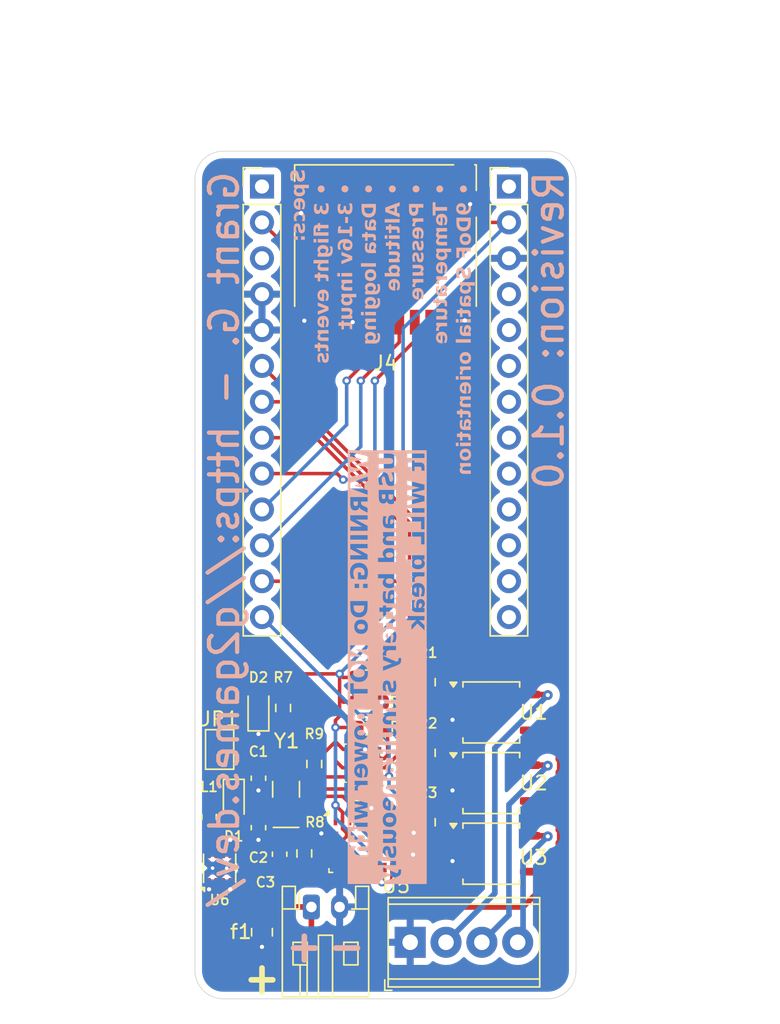
<source format=kicad_pcb>
(kicad_pcb (version 20240108) (generator "pcbnew") (generator_version "8.0")
  (layers (0 "F.Cu" signal) (31 "B.Cu" signal) (34 "B.Paste" user) (35 "F.Paste" user) (36 "B.SilkS" user "B.Silkscreen") (37 "F.SilkS" user "F.Silkscreen") (38 "B.Mask" user) (39 "F.Mask" user) (44 "Edge.Cuts" user))
  (net 0 "")
  (net 1 "+3.3V")
  (net 2 "Net-(R1-Pad2)")
  (net 3 "/Ignitor Logic 3 +")
  (net 4 "Net-(R2-Pad2)")
  (net 5 "/Ignitor Logic 2 +")
  (net 6 "/Ignitor Logic 1 +")
  (net 7 "Net-(R3-Pad2)")
  (net 8 "/SDA")
  (net 19 "/SCL")
  (net 21 "/Ignitor Terminal 2")
  (net 23 "/Ignitor Terminal 3")
  (net 24 "/Ignitor Terminal 1")
  (net 25 "Net-(U4-CSB)")
  (net 30 "Net-(U5-PS0)")
  (net 36 "Net-(U5-CAP)")
  (net 38 "Net-(U4-SDO)")
  (net 39 "Net-(U5-XOUT32)")
  (net 40 "Net-(U5-XIN32)")
  (net 41 "+BATT")
  (net 42 "Net-(U6-SW)")
  (net 45 "Net-(D1-A)")
  (net 46 "GND")
  (net 47 "Net-(D1-K)")
  (net 48 "Net-(D2-A)")
  (net 49 "/SPI CS")
  (net 50 "/SPI SDO")
  (net 51 "/SPI SDI")
  (net 52 "/SPI SCK")
  (footprint "Resistor_SMD:R_0603_1608Metric_Pad0.98x0.95mm_HandSolder" (layer "F.Cu") (at 110.75 106 -90)
    (property "Reference" "R3" (at -2.0875 0 180) (layer "F.SilkS") (effects (font (size 0.7 0.7) (thickness 0.13) (bold yes))))
    (property "Value" "4.4k")
    (pad "1" smd roundrect (at -0.9125 0 270) (size 0.975 0.95) (layers "F.Cu" "F.Paste" "F.Mask") (net 3 "/Ignitor Logic 3 +"))
    (pad "2" smd roundrect (at 0.9125 0 270) (size 0.975 0.95) (layers "F.Cu" "F.Paste" "F.Mask") (net 7 "Net-(R3-Pad2)"))
  )
  (footprint "Capacitor_SMD:C_0603_1608Metric_Pad1.08x0.95mm_HandSolder" (layer "F.Cu") (at 98.75 106.3875 -90)
    (property "Reference" "C2" (at 2.1125 0 180) (layer "F.SilkS") (effects (font (size 0.7 0.7) (thickness 0.13) (bold yes))))
    (property "Value" "22pF")
    (pad "1" smd roundrect (at -0.8625 0 270) (size 1.075 0.95) (layers "F.Cu" "F.Paste" "F.Mask") (net 40 "Net-(U5-XIN32)"))
    (pad "2" smd roundrect (at 0.8625 0 270) (size 1.075 0.95) (layers "F.Cu" "F.Paste" "F.Mask") (net 46 "GND"))
  )
  (footprint "Resistor_SMD:R_0603_1608Metric_Pad0.98x0.95mm_HandSolder" (layer "F.Cu") (at 110.75 96.0875 -90)
    (property "Reference" "R1" (at -2.0875 0 0) (layer "F.SilkS") (effects (font (size 0.7 0.7) (thickness 0.13) (bold yes))))
    (property "Value" "4.4k")
    (pad "1" smd roundrect (at -0.9125 0 270) (size 0.975 0.95) (layers "F.Cu" "F.Paste" "F.Mask") (net 6 "/Ignitor Logic 1 +"))
    (pad "2" smd roundrect (at 0.9125 0 270) (size 0.975 0.95) (layers "F.Cu" "F.Paste" "F.Mask") (net 2 "Net-(R1-Pad2)"))
  )
  (footprint "TerminalBlock_Phoenix:TerminalBlock_Phoenix_MPT-0,5-4-2.54_1x04_P2.54mm_Horizontal" (layer "F.Cu") (at 109.5 114.5)
    (property "Reference" "J3" (hide yes))
    (property "Value" "Ignitor Output")
    (pad "1" thru_hole rect (at 0 0) (size 2.2 2.2) (drill 1.1) (layers "*.Cu" "*.Mask") (net 46 "GND"))
    (pad "2" thru_hole circle (at 2.54 0) (size 2.2 2.2) (drill 1.1) (layers "*.Cu" "*.Mask") (net 24 "/Ignitor Terminal 1"))
    (pad "3" thru_hole circle (at 5.08 0) (size 2.2 2.2) (drill 1.1) (layers "*.Cu" "*.Mask") (net 21 "/Ignitor Terminal 2"))
    (pad "4" thru_hole circle (at 7.62 0) (size 2.2 2.2) (drill 1.1) (layers "*.Cu" "*.Mask") (net 23 "/Ignitor Terminal 3"))
  )
  (footprint "LED_SMD:LED_0603_1608Metric_Pad1.05x0.95mm_HandSolder" (layer "F.Cu") (at 98.75 97.875 90)
    (property "Reference" "D2" (at 2.125 0 180) (layer "F.SilkS") (effects (font (size 0.7 0.7) (thickness 0.13) (bold yes))))
    (property "Value" "LED")
    (pad "1" smd roundrect (at -0.875 0 90) (size 1.05 0.95) (layers "F.Cu" "F.Paste" "F.Mask") (net 46 "GND"))
    (pad "2" smd roundrect (at 0.875 0 90) (size 1.05 0.95) (layers "F.Cu" "F.Paste" "F.Mask") (net 48 "Net-(D2-A)"))
  )
  (footprint "Crystal:Crystal_SMD_G8-2Pin_3.2x1.5mm_HandSoldering" (layer "F.Cu") (at 100.70625 103.66875 90)
    (property "Reference" "Y1" (at 3.41875 0.04375 180) (layer "F.SilkS"))
    (property "Value" "33.768kHz")
    (pad "1" smd rect (at -1.625 0 90) (size 1.75 1.8) (layers "F.Cu" "F.Paste" "F.Mask") (net 40 "Net-(U5-XIN32)"))
    (pad "2" smd rect (at 1.625 0 90) (size 1.75 1.8) (layers "F.Cu" "F.Paste" "F.Mask") (net 39 "Net-(U5-XOUT32)"))
  )
  (footprint "Resistor_SMD:R_0603_1608Metric_Pad0.98x0.95mm_HandSolder" (layer "F.Cu") (at 102.70625 101.88125 -90)
    (property "Reference" "R9" (at -2.13125 0 180) (layer "F.SilkS") (effects (font (size 0.7 0.7) (thickness 0.13) (bold yes))))
    (property "Value" "10k")
    (pad "1" smd roundrect (at -0.9125 0 270) (size 0.975 0.95) (layers "F.Cu" "F.Paste" "F.Mask") (net 1 "+3.3V"))
    (pad "2" smd roundrect (at 0.9125 0 270) (size 0.975 0.95) (layers "F.Cu" "F.Paste" "F.Mask") (net 38 "Net-(U4-SDO)"))
  )
  (footprint "Resistor_SMD:R_0603_1608Metric_Pad0.98x0.95mm_HandSolder" (layer "F.Cu") (at 100.5 97.9125 90)
    (property "Reference" "R7" (at 2.1625 0 180) (layer "F.SilkS") (effects (font (size 0.7 0.7) (thickness 0.13) (bold yes))))
    (property "Value" "4.4k")
    (pad "1" smd roundrect (at -0.9125 0 90) (size 0.975 0.95) (layers "F.Cu" "F.Paste" "F.Mask") (net 48 "Net-(D2-A)"))
    (pad "2" smd roundrect (at 0.9125 0 90) (size 0.975 0.95) (layers "F.Cu" "F.Paste" "F.Mask") (net 1 "+3.3V"))
  )
  (footprint "Resistor_SMD:R_0603_1608Metric_Pad0.98x0.95mm_HandSolder" (layer "F.Cu") (at 102 108.2125 90)
    (property "Reference" "R8" (at 2.2125 0.75 0) (layer "F.SilkS") (effects (font (size 0.7 0.7) (thickness 0.13) (bold yes))))
    (property "Value" "10k")
    (pad "1" smd roundrect (at -0.9125 0 90) (size 0.975 0.95) (layers "F.Cu" "F.Paste" "F.Mask") (net 30 "Net-(U5-PS0)"))
    (pad "2" smd roundrect (at 0.9125 0 90) (size 0.975 0.95) (layers "F.Cu" "F.Paste" "F.Mask") (net 46 "GND"))
  )
  (footprint "Inductor_SMD:L_0603_1608Metric_Pad1.05x0.95mm_HandSolder" (layer "F.Cu") (at 95.25 105.625 90)
    (property "Reference" "L1" (at 2.125 0 180) (layer "F.SilkS") (effects (font (size 0.7 0.7) (thickness 0.13) (bold yes))))
    (property "Value" "2.2µH")
    (pad "1" smd roundrect (at -0.875 0 90) (size 1.05 0.95) (layers "F.Cu" "F.Paste" "F.Mask") (net 42 "Net-(U6-SW)"))
    (pad "2" smd roundrect (at 0.875 0 90) (size 1.05 0.95) (layers "F.Cu" "F.Paste" "F.Mask") (net 45 "Net-(D1-A)"))
  )
  (footprint "Package_SO:SOP-4_3.8x4.1mm_P2.54mm" (layer "F.Cu") (at 115.25 108.23)
    (property "Reference" "U3" (at 3 0.27 0) (layer "F.SilkS"))
    (property "Value" "CPC1002N")
    (pad "1" smd roundrect (at -2.75 -1.27) (size 1.45 0.55) (layers "F.Cu" "F.Paste" "F.Mask") (net 7 "Net-(R3-Pad2)"))
    (pad "2" smd roundrect (at -2.75 1.27) (size 1.45 0.55) (layers "F.Cu" "F.Paste" "F.Mask") (net 46 "GND"))
    (pad "3" smd roundrect (at 2.75 1.27) (size 1.45 0.55) (layers "F.Cu" "F.Paste" "F.Mask") (net 41 "+BATT"))
    (pad "4" smd roundrect (at 2.75 -1.27) (size 1.45 0.55) (layers "F.Cu" "F.Paste" "F.Mask") (net 23 "/Ignitor Terminal 3"))
  )
  (footprint "Package_LGA:Bosch_LGA-8_2.5x2.5mm_P0.65mm_ClockwisePinNumbering" (layer "F.Cu") (at 106.18125 101.81875 -90)
    (property "Reference" "U4" (at 2.18125 -0.06875 180) (layer "F.SilkS"))
    (property "Value" "BME280")
    (pad "1" smd rect (at -0.975 -1.025) (size 0.5 0.35) (layers "F.Cu" "F.Paste" "F.Mask") (net 46 "GND"))
    (pad "2" smd rect (at -0.325 -1.025) (size 0.5 0.35) (layers "F.Cu" "F.Paste" "F.Mask") (net 25 "Net-(U4-CSB)"))
    (pad "3" smd rect (at 0.325 -1.025) (size 0.5 0.35) (layers "F.Cu" "F.Paste" "F.Mask") (net 8 "/SDA"))
    (pad "4" smd rect (at 0.975 -1.025) (size 0.5 0.35) (layers "F.Cu" "F.Paste" "F.Mask") (net 19 "/SCL"))
    (pad "5" smd rect (at 0.975 1.025) (size 0.5 0.35) (layers "F.Cu" "F.Paste" "F.Mask") (net 38 "Net-(U4-SDO)"))
    (pad "6" smd rect (at 0.325 1.025) (size 0.5 0.35) (layers "F.Cu" "F.Paste" "F.Mask") (net 1 "+3.3V"))
    (pad "7" smd rect (at -0.325 1.025) (size 0.5 0.35) (layers "F.Cu" "F.Paste" "F.Mask") (net 46 "GND"))
    (pad "8" smd rect (at -0.975 1.025) (size 0.5 0.35) (layers "F.Cu" "F.Paste" "F.Mask") (net 1 "+3.3V"))
  )
  (footprint "Resistor_SMD:R_0603_1608Metric_Pad0.98x0.95mm_HandSolder" (layer "F.Cu") (at 106.5875 95.75)
    (property "Reference" "R4" (at 2.1625 0 0) (layer "F.SilkS") (effects (font (size 0.7 0.7) (thickness 0.13) (bold yes))))
    (property "Value" "4.4k")
    (pad "1" smd roundrect (at -0.9125 0) (size 0.975 0.95) (layers "F.Cu" "F.Paste" "F.Mask") (net 1 "+3.3V"))
    (pad "2" smd roundrect (at 0.9125 0) (size 0.975 0.95) (layers "F.Cu" "F.Paste" "F.Mask") (net 8 "/SDA"))
  )
  (footprint "Jumper:SolderJumper-2_P1.3mm_Bridged_Pad1.0x1.5mm" (layer "F.Cu") (at 96 100.85 90)
    (property "Reference" "JP1" (at 2.15 0 180) (layer "F.SilkS"))
    (property "Value" "Battery")
    (fp_poly (pts (xy -0.25 -0.3) (xy 0.25 -0.3) (xy 0.25 0.3) (xy -0.25 0.3)) (fill solid) (layer "F.Cu"))
    (pad "1" smd rect (at -0.65 0 90) (size 1 1.5) (layers "F.Cu" "F.Mask") (net 47 "Net-(D1-K)"))
    (pad "2" smd rect (at 0.65 0 90) (size 1 1.5) (layers "F.Cu" "F.Mask") (net 1 "+3.3V"))
  )
  (footprint "Package_SO:SOP-4_3.8x4.1mm_P2.54mm" (layer "F.Cu") (at 115.25 103.23)
    (property "Reference" "U2" (at 3 0 0) (layer "F.SilkS"))
    (property "Value" "CPC1002N")
    (pad "1" smd roundrect (at -2.75 -1.27) (size 1.45 0.55) (layers "F.Cu" "F.Paste" "F.Mask") (net 4 "Net-(R2-Pad2)"))
    (pad "2" smd roundrect (at -2.75 1.27) (size 1.45 0.55) (layers "F.Cu" "F.Paste" "F.Mask") (net 46 "GND"))
    (pad "3" smd roundrect (at 2.75 1.27) (size 1.45 0.55) (layers "F.Cu" "F.Paste" "F.Mask") (net 41 "+BATT"))
    (pad "4" smd roundrect (at 2.75 -1.27) (size 1.45 0.55) (layers "F.Cu" "F.Paste" "F.Mask") (net 21 "/Ignitor Terminal 2"))
  )
  (footprint "Capacitor_SMD:C_0603_1608Metric_Pad1.08x0.95mm_HandSolder" (layer "F.Cu") (at 100.25 108.2625 90)
    (property "Reference" "C3" (at -1.9875 -1 180) (layer "F.SilkS") (effects (font (size 0.7 0.7) (thickness 0.13) (bold yes))))
    (property "Value" "0.1µF")
    (pad "1" smd roundrect (at -0.8625 0 90) (size 1.075 0.95) (layers "F.Cu" "F.Paste" "F.Mask") (net 36 "Net-(U5-CAP)"))
    (pad "2" smd roundrect (at 0.8625 0 90) (size 1.075 0.95) (layers "F.Cu" "F.Paste" "F.Mask") (net 46 "GND"))
  )
  (footprint "Package_LGA:LGA-28_5.2x3.8mm_P0.5mm" (layer "F.Cu") (at 106.45625 107.54375)
    (property "Reference" "U5" (at 2.04375 2.95625 0) (layer "F.SilkS"))
    (property "Value" "BNO055")
    (pad "1" smd rect (at -2.25 -1.6625) (size 0.254 0.675) (layers "F.Cu" "F.Paste" "F.Mask"))
    (pad "2" smd rect (at -2.3875 -0.75 90) (size 0.254 0.675) (layers "F.Cu" "F.Paste" "F.Mask") (net 46 "GND"))
    (pad "3" smd rect (at -2.3875 -0.25 90) (size 0.254 0.675) (layers "F.Cu" "F.Paste" "F.Mask") (net 1 "+3.3V"))
    (pad "4" smd rect (at -2.3875 0.25 90) (size 0.254 0.675) (layers "F.Cu" "F.Paste" "F.Mask") (net 1 "+3.3V"))
    (pad "5" smd rect (at -2.3875 0.75 90) (size 0.254 0.675) (layers "F.Cu" "F.Paste" "F.Mask") (net 30 "Net-(U5-PS0)"))
    (pad "6" smd rect (at -2.25 1.6625) (size 0.254 0.675) (layers "F.Cu" "F.Paste" "F.Mask") (net 30 "Net-(U5-PS0)"))
    (pad "7" smd rect (at -1.75 1.6625) (size 0.254 0.675) (layers "F.Cu" "F.Paste" "F.Mask"))
    (pad "8" smd rect (at -1.25 1.6625) (size 0.254 0.675) (layers "F.Cu" "F.Paste" "F.Mask"))
    (pad "9" smd rect (at -0.75 1.6625) (size 0.254 0.675) (layers "F.Cu" "F.Paste" "F.Mask") (net 36 "Net-(U5-CAP)"))
    (pad "10" smd rect (at -0.25 1.6625) (size 0.254 0.675) (layers "F.Cu" "F.Paste" "F.Mask"))
    (pad "11" smd rect (at 0.25 1.6625) (size 0.254 0.675) (layers "F.Cu" "F.Paste" "F.Mask") (net 1 "+3.3V"))
    (pad "12" smd rect (at 0.75 1.6625) (size 0.254 0.675) (layers "F.Cu" "F.Paste" "F.Mask"))
    (pad "13" smd rect (at 1.25 1.6625) (size 0.254 0.675) (layers "F.Cu" "F.Paste" "F.Mask"))
    (pad "14" smd rect (at 1.75 1.6625) (size 0.254 0.675) (layers "F.Cu" "F.Paste" "F.Mask") (net 1 "+3.3V"))
    (pad "15" smd rect (at 2.25 1.6625) (size 0.254 0.675) (layers "F.Cu" "F.Paste" "F.Mask") (net 46 "GND"))
    (pad "16" smd rect (at 2.3875 0.75 90) (size 0.254 0.675) (layers "F.Cu" "F.Paste" "F.Mask") (net 46 "GND"))
    (pad "17" smd rect (at 2.3875 0.25 90) (size 0.254 0.675) (layers "F.Cu" "F.Paste" "F.Mask") (net 46 "GND"))
    (pad "18" smd rect (at 2.3875 -0.25 90) (size 0.254 0.675) (layers "F.Cu" "F.Paste" "F.Mask") (net 46 "GND"))
    (pad "19" smd rect (at 2.3875 -0.75 90) (size 0.254 0.675) (layers "F.Cu" "F.Paste" "F.Mask") (net 19 "/SCL"))
    (pad "20" smd rect (at 2.25 -1.6625) (size 0.254 0.675) (layers "F.Cu" "F.Paste" "F.Mask") (net 8 "/SDA"))
    (pad "21" smd rect (at 1.75 -1.6625) (size 0.254 0.675) (layers "F.Cu" "F.Paste" "F.Mask"))
    (pad "22" smd rect (at 1.25 -1.6625) (size 0.254 0.675) (layers "F.Cu" "F.Paste" "F.Mask"))
    (pad "23" smd rect (at 0.75 -1.6625) (size 0.254 0.675) (layers "F.Cu" "F.Paste" "F.Mask"))
    (pad "24" smd rect (at 0.25 -1.6625) (size 0.254 0.675) (layers "F.Cu" "F.Paste" "F.Mask"))
    (pad "25" smd rect (at -0.25 -1.6625) (size 0.254 0.675) (layers "F.Cu" "F.Paste" "F.Mask") (net 46 "GND"))
    (pad "26" smd rect (at -0.75 -1.6625) (size 0.254 0.675) (layers "F.Cu" "F.Paste" "F.Mask") (net 39 "Net-(U5-XOUT32)"))
    (pad "27" smd rect (at -1.25 -1.6625) (size 0.254 0.675) (layers "F.Cu" "F.Paste" "F.Mask") (net 40 "Net-(U5-XIN32)"))
    (pad "28" smd rect (at -1.75 -1.6625) (size 0.254 0.675) (layers "F.Cu" "F.Paste" "F.Mask") (net 1 "+3.3V"))
  )
  (footprint "Connector_Card:microSD_HC_Hirose_DM3D-SF" (layer "F.Cu") (at 107.75 65.25)
    (property "Reference" "J4" (at 0 8.25 0) (layer "F.SilkS"))
    (property "Value" "Micro_SD_Card")
    (pad "1" smd rect (at 3.175 5.35) (size 0.7 1.75) (layers "F.Cu" "F.Paste" "F.Mask"))
    (pad "2" smd rect (at 2.075 5.35) (size 0.7 1.75) (layers "F.Cu" "F.Paste" "F.Mask") (net 49 "/SPI CS"))
    (pad "3" smd rect (at 0.975 5.35) (size 0.7 1.75) (layers "F.Cu" "F.Paste" "F.Mask") (net 50 "/SPI SDO"))
    (pad "4" smd rect (at -0.125 5.35) (size 0.7 1.75) (layers "F.Cu" "F.Paste" "F.Mask") (net 1 "+3.3V"))
    (pad "5" smd rect (at -1.225 5.35) (size 0.7 1.75) (layers "F.Cu" "F.Paste" "F.Mask") (net 52 "/SPI SCK"))
    (pad "6" smd rect (at -2.325 5.35) (size 0.7 1.75) (layers "F.Cu" "F.Paste" "F.Mask") (net 46 "GND"))
    (pad "7" smd rect (at -3.425 5.35) (size 0.7 1.75) (layers "F.Cu" "F.Paste" "F.Mask") (net 51 "/SPI SDI"))
    (pad "8" smd rect (at -4.525 5.35) (size 0.7 1.75) (layers "F.Cu" "F.Paste" "F.Mask"))
    (pad "9" smd rect (at -5.65 -3.875) (size 1.45 1) (layers "F.Cu" "F.Paste" "F.Mask"))
    (pad "10" smd rect (at 5.575 -5.45) (size 1 1.55) (layers "F.Cu" "F.Paste" "F.Mask"))
    (pad "11" smd rect (at -5.975 -2.375) (size 0.8 1.5) (layers "F.Cu" "F.Paste" "F.Mask") (net 46 "GND"))
    (pad "11" smd rect (at -5.725 5.225) (size 1.3 1.5) (layers "F.Cu" "F.Paste" "F.Mask") (net 46 "GND"))
    (pad "11" smd rect (at 5.625 5.225) (size 1.5 1.5) (layers "F.Cu" "F.Paste" "F.Mask") (net 46 "GND"))
    (pad "11" smd rect (at 5.975 -3.025) (size 0.8 1.4) (layers "F.Cu" "F.Paste" "F.Mask") (net 46 "GND"))
  )
  (footprint "Connector_PinHeader_2.54mm:PinHeader_1x13_P2.54mm_Vertical" (layer "F.Cu") (at 99 61)
    (property "Reference" "J2" (hide yes))
    (property "Value" "Conn_01x13_Socket")
    (pad "1" thru_hole rect (at 0 0) (size 1.7 1.7) (drill 1) (layers "*.Cu" "*.Mask"))
    (pad "2" thru_hole oval (at 0 2.54) (size 1.7 1.7) (drill 1) (layers "*.Cu" "*.Mask") (net 51 "/SPI SDI"))
    (pad "3" thru_hole oval (at 0 5.08) (size 1.7 1.7) (drill 1) (layers "*.Cu" "*.Mask"))
    (pad "4" thru_hole oval (at 0 7.62) (size 1.7 1.7) (drill 1) (layers "*.Cu" "*.Mask") (net 46 "GND"))
    (pad "5" thru_hole oval (at 0 10.16) (size 1.7 1.7) (drill 1) (layers "*.Cu" "*.Mask") (net 46 "GND"))
    (pad "6" thru_hole oval (at 0 12.7) (size 1.7 1.7) (drill 1) (layers "*.Cu" "*.Mask") (net 6 "/Ignitor Logic 1 +"))
    (pad "7" thru_hole oval (at 0 15.24) (size 1.7 1.7) (drill 1) (layers "*.Cu" "*.Mask") (net 5 "/Ignitor Logic 2 +"))
    (pad "8" thru_hole oval (at 0 17.78) (size 1.7 1.7) (drill 1) (layers "*.Cu" "*.Mask") (net 3 "/Ignitor Logic 3 +"))
    (pad "9" thru_hole oval (at 0 20.32) (size 1.7 1.7) (drill 1) (layers "*.Cu" "*.Mask") (net 49 "/SPI CS"))
    (pad "10" thru_hole oval (at 0 22.86) (size 1.7 1.7) (drill 1) (layers "*.Cu" "*.Mask") (net 52 "/SPI SCK"))
    (pad "11" thru_hole oval (at 0 25.4) (size 1.7 1.7) (drill 1) (layers "*.Cu" "*.Mask") (net 50 "/SPI SDO"))
    (pad "12" thru_hole oval (at 0 27.94) (size 1.7 1.7) (drill 1) (layers "*.Cu" "*.Mask") (net 8 "/SDA"))
    (pad "13" thru_hole oval (at 0 30.48) (size 1.7 1.7) (drill 1) (layers "*.Cu" "*.Mask") (net 19 "/SCL"))
  )
  (footprint "Resistor_SMD:R_0603_1608Metric_Pad0.98x0.95mm_HandSolder" (layer "F.Cu") (at 110.75 101.0875 -90)
    (property "Reference" "R2" (at -2.0875 0 180) (layer "F.SilkS") (effects (font (size 0.7 0.7) (thickness 0.13) (bold yes))))
    (property "Value" "4.4k")
    (pad "1" smd roundrect (at -0.9125 0 270) (size 0.975 0.95) (layers "F.Cu" "F.Paste" "F.Mask") (net 5 "/Ignitor Logic 2 +"))
    (pad "2" smd roundrect (at 0.9125 0 270) (size 0.975 0.95) (layers "F.Cu" "F.Paste" "F.Mask") (net 4 "Net-(R2-Pad2)"))
  )
  (footprint "Capacitor_SMD:C_0603_1608Metric_Pad1.08x0.95mm_HandSolder" (layer "F.Cu") (at 98.75 102.8875 -90)
    (property "Reference" "C1" (at -1.8875 0 0) (layer "F.SilkS") (effects (font (size 0.7 0.7) (thickness 0.13) (bold yes))))
    (property "Value" "22pF")
    (pad "1" smd roundrect (at -0.8625 0 270) (size 1.075 0.95) (layers "F.Cu" "F.Paste" "F.Mask") (net 39 "Net-(U5-XOUT32)"))
    (pad "2" smd roundrect (at 0.8625 0 270) (size 1.075 0.95) (layers "F.Cu" "F.Paste" "F.Mask") (net 46 "GND"))
  )
  (footprint "Diode_SMD:D_0603_1608Metric_Pad1.05x0.95mm_HandSolder" (layer "F.Cu") (at 97 104.625 -90)
    (property "Reference" "D1" (at 2.375 0 180) (layer "F.SilkS") (effects (font (size 0.7 0.7) (thickness 0.13) (bold yes))))
    (property "Value" "D")
    (pad "1" smd roundrect (at -0.875 0 270) (size 1.05 0.95) (layers "F.Cu" "F.Paste" "F.Mask") (net 47 "Net-(D1-K)"))
    (pad "2" smd roundrect (at 0.875 0 270) (size 1.05 0.95) (layers "F.Cu" "F.Paste" "F.Mask") (net 45 "Net-(D1-A)"))
  )
  (footprint "Package_SON:WSON-8-1EP_2x2mm_P0.5mm_EP0.9x1.6mm_ThermalVias" (layer "F.Cu") (at 96 109.25 90)
    (property "Reference" "U6" (at -2.25 0 180) (layer "F.SilkS") (effects (font (size 0.7 0.7) (thickness 0.13) (bold yes))))
    (property "Value" "TPS62172DSG")
    (pad "1" smd roundrect (at -0.95 -0.75 90) (size 0.5 0.25) (layers "F.Cu" "F.Paste" "F.Mask") (net 46 "GND"))
    (pad "2" smd roundrect (at -0.95 -0.25 90) (size 0.5 0.25) (layers "F.Cu" "F.Paste" "F.Mask") (net 41 "+BATT"))
    (pad "3" smd roundrect (at -0.95 0.25 90) (size 0.5 0.25) (layers "F.Cu" "F.Paste" "F.Mask") (net 41 "+BATT"))
    (pad "4" smd roundrect (at -0.95 0.75 90) (size 0.5 0.25) (layers "F.Cu" "F.Paste" "F.Mask") (net 46 "GND"))
    (pad "5" smd roundrect (at 0.95 0.75 90) (size 0.5 0.25) (layers "F.Cu" "F.Paste" "F.Mask") (net 46 "GND"))
    (pad "6" smd roundrect (at 0.95 0.25 90) (size 0.5 0.25) (layers "F.Cu" "F.Paste" "F.Mask") (net 45 "Net-(D1-A)"))
    (pad "7" smd roundrect (at 0.95 -0.25 90) (size 0.5 0.25) (layers "F.Cu" "F.Paste" "F.Mask") (net 42 "Net-(U6-SW)"))
    (pad "8" smd roundrect (at 0.95 -0.75 90) (size 0.5 0.25) (layers "F.Cu" "F.Paste" "F.Mask"))
    (pad "9" thru_hole circle (at 0 -0.5 90) (size 0.6 0.6) (drill 0.25) (layers "*.Cu") (net 46 "GND"))
    (pad "9" smd rect (at 0 0 90) (size 0.9 1.6) (layers "F.Cu" "F.Mask") (net 46 "GND"))
    (pad "9" smd rect (at 0 0 90) (size 0.9 1.6) (layers "B.Cu") (net 46 "GND"))
    (pad "9" thru_hole circle (at 0 0.5 90) (size 0.6 0.6) (drill 0.25) (layers "*.Cu") (net 46 "GND"))
  )
  (footprint "Connector_JST:JST_PH_S2B-PH-K_1x02_P2.00mm_Horizontal" (layer "F.Cu") (at 102.5 112)
    (property "Reference" "J5" (hide yes))
    (property "Value" "Battery Input")
    (pad "1" thru_hole roundrect (at 0 0) (size 1.2 1.75) (drill 0.75) (layers "*.Cu" "*.Mask") (roundrect_rratio 0.208333) (net 41 "+BATT"))
    (pad "2" thru_hole oval (at 2 0) (size 1.2 1.75) (drill 0.75) (layers "*.Cu" "*.Mask") (net 46 "GND"))
  )
  (footprint "Package_SO:SOP-4_3.8x4.1mm_P2.54mm" (layer "F.Cu") (at 115.25 98.23)
    (property "Reference" "U1" (at 3 0 0) (layer "F.SilkS"))
    (property "Value" "CPC1002N")
    (pad "1" smd roundrect (at -2.75 -1.27) (size 1.45 0.55) (layers "F.Cu" "F.Paste" "F.Mask") (net 2 "Net-(R1-Pad2)"))
    (pad "2" smd roundrect (at -2.75 1.27) (size 1.45 0.55) (layers "F.Cu" "F.Paste" "F.Mask") (net 46 "GND"))
    (pad "3" smd roundrect (at 2.75 1.27) (size 1.45 0.55) (layers "F.Cu" "F.Paste" "F.Mask") (net 41 "+BATT"))
    (pad "4" smd roundrect (at 2.75 -1.27) (size 1.45 0.55) (layers "F.Cu" "F.Paste" "F.Mask") (net 24 "/Ignitor Terminal 1"))
  )
  (footprint "Resistor_SMD:R_0603_1608Metric_Pad0.98x0.95mm_HandSolder" (layer "F.Cu") (at 106.61875 99.29375 180)
    (property "Reference" "R6" (at -2.13125 0.04375 0) (layer "F.SilkS") (effects (font (size 0.7 0.7) (thickness 0.13) (bold yes))))
    (property "Value" "10k")
    (pad "1" smd roundrect (at -0.9125 0 180) (size 0.975 0.95) (layers "F.Cu" "F.Paste" "F.Mask") (net 25 "Net-(U4-CSB)"))
    (pad "2" smd roundrect (at 0.9125 0 180) (size 0.975 0.95) (layers "F.Cu" "F.Paste" "F.Mask") (net 1 "+3.3V"))
  )
  (footprint "Connector_PinHeader_2.54mm:PinHeader_1x13_P2.54mm_Vertical" (layer "F.Cu") (at 116.5 61)
    (property "Reference" "J1" (hide yes))
    (property "Value" "Conn_01x13_Socket")
    (pad "1" thru_hole rect (at 0 0) (size 1.7 1.7) (drill 1) (layers "*.Cu" "*.Mask"))
    (pad "2" thru_hole oval (at 0 2.54) (size 1.7 1.7) (drill 1) (layers "*.Cu" "*.Mask") (net 1 "+3.3V"))
    (pad "3" thru_hole oval (at 0 5.08) (size 1.7 1.7) (drill 1) (layers "*.Cu" "*.Mask") (net 46 "GND"))
    (pad "4" thru_hole oval (at 0 7.62) (size 1.7 1.7) (drill 1) (layers "*.Cu" "*.Mask"))
    (pad "5" thru_hole oval (at 0 10.16) (size 1.7 1.7) (drill 1) (layers "*.Cu" "*.Mask"))
    (pad "6" thru_hole oval (at 0 12.7) (size 1.7 1.7) (drill 1) (layers "*.Cu" "*.Mask"))
    (pad "7" thru_hole oval (at 0 15.24) (size 1.7 1.7) (drill 1) (layers "*.Cu" "*.Mask"))
    (pad "8" thru_hole oval (at 0 17.78) (size 1.7 1.7) (drill 1) (layers "*.Cu" "*.Mask"))
    (pad "9" thru_hole oval (at 0 20.32) (size 1.7 1.7) (drill 1) (layers "*.Cu" "*.Mask"))
    (pad "10" thru_hole oval (at 0 22.86) (size 1.7 1.7) (drill 1) (layers "*.Cu" "*.Mask"))
    (pad "11" thru_hole oval (at 0 25.4) (size 1.7 1.7) (drill 1) (layers "*.Cu" "*.Mask"))
    (pad "12" thru_hole oval (at 0 27.94) (size 1.7 1.7) (drill 1) (layers "*.Cu" "*.Mask"))
    (pad "13" thru_hole oval (at 0 30.48) (size 1.7 1.7) (drill 1) (layers "*.Cu" "*.Mask"))
  )
  (footprint "Resistor_SMD:R_0603_1608Metric_Pad0.98x0.95mm_HandSolder" (layer "F.Cu") (at 106.5875 97.5)
    (property "Reference" "R5" (at 2.1625 0 0) (layer "F.SilkS") (effects (font (size 0.7 0.7) (thickness 0.13) (bold yes))))
    (property "Value" "4.4k")
    (pad "1" smd roundrect (at -0.9125 0) (size 0.975 0.95) (layers "F.Cu" "F.Paste" "F.Mask") (net 1 "+3.3V"))
    (pad "2" smd roundrect (at 0.9125 0) (size 0.975 0.95) (layers "F.Cu" "F.Paste" "F.Mask") (net 19 "/SCL"))
  )
  (footprint "Capacitor_SMD:C_0805_2012Metric_Pad1.18x1.45mm_HandSolder" (layer "F.Cu") (at 99 113.7875 -90)
    (property "Reference" "f1" (at -0.0375 1.5 180) (layer "F.SilkS"))
    (property "Value" "10µF")
    (pad "1" smd roundrect (at -1.0375 0 270) (size 1.175 1.45) (layers "F.Cu" "F.Paste" "F.Mask") (roundrect_rratio 0.212766) (net 41 "+BATT"))
    (pad "2" smd roundrect (at 1.0375 0 270) (size 1.175 1.45) (layers "F.Cu" "F.Paste" "F.Mask") (roundrect_rratio 0.212766) (net 46 "GND"))
  )
  (gr_line (start 96.25 118.5) (end 119.25 118.5) (stroke (width 0.05)) (layer "Edge.Cuts"))
  (gr_arc (start 96.25 118.5) (mid 94.835786 117.914214) (end 94.25 116.5) (stroke (width 0.05)) (layer "Edge.Cuts"))
  (gr_arc (start 94.25 60.5) (mid 94.835786 59.085786) (end 96.25 58.5) (stroke (width 0.05)) (layer "Edge.Cuts"))
  (gr_line (start 121.25 60.5) (end 121.25 116.5) (stroke (width 0.05)) (layer "Edge.Cuts"))
  (gr_arc (start 119.25 58.5) (mid 120.664214 59.085786) (end 121.25 60.5) (stroke (width 0.05)) (layer "Edge.Cuts"))
  (gr_line (start 96.25 58.5) (end 119.25 58.5) (stroke (width 0.05)) (layer "Edge.Cuts"))
  (gr_line (start 94.25 60.5) (end 94.25 116.5) (stroke (width 0.05)) (layer "Edge.Cuts"))
  (gr_arc (start 121.25 116.5) (mid 120.664214 117.914214) (end 119.25 118.5) (stroke (width 0.05)) (layer "Edge.Cuts"))
  (gr_text "Revision: 0.1.0" (at 120.5 59.75 90) (layer "B.SilkS") (effects (font (size 2 2) (thickness 0.3) (bold yes)) (justify left bottom mirror)))
  (gr_text "-" (at 105 114.75 0) (layer "B.SilkS") (effects (font (size 2.2 2) (thickness 0.4) (bold yes))))
  (gr_text "WARNING: Do NOT power with \nUSB and battery simultaneously\nIt WILL break" (at 108 79.75 90) (layer "B.SilkS" knockout) (effects (font (size 1.2 1.2) (thickness 0.24) (bold yes)) (justify left mirror)))
  (gr_text "+" (at 102 114.75 0) (layer "B.SilkS") (effects (font (size 2.2 2) (thickness 0.4) (bold yes))))
  (gr_text "Specs:\n  • 3 flight events           \n  • 3-16v input\n  • Data logging\n  • Altitude\n  • Pressure\n  • Temperature\n  • 9DoF Spatial orientation" (at 107.5 59.75 90) (layer "B.SilkS") (effects (font (size 1 1) (thickness 0.2) (bold yes)) (justify left mirror)))
  (gr_text "Grant G. - https://g2games.dev/" (at 97.5 59.75 90) (layer "B.SilkS") (effects (font (size 2 2) (thickness 0.3) (bold yes)) (justify left bottom mirror)))
  (gr_text "+" (at 99 117 0) (layer "F.SilkS") (effects (font (size 2.2 2) (thickness 0.4) (bold yes))))
  (segment (start 100.5 97) (end 100.5 96) (width 0.25) (layer "F.Cu") (net 1))
  (segment (start 108.20625 110.05725) (end 108.20625 109.20625) (width 0.25) (layer "F.Cu") (net 1))
  (segment (start 97.25 95.5) (end 99.922924 95.5) (width 0.25) (layer "F.Cu") (net 1))
  (segment (start 100.5 96) (end 101 95.5) (width 0.25) (layer "F.Cu") (net 1))
  (segment (start 104.20625 101.64375) (end 104.20625 100.29375) (width 0.25) (layer "F.Cu") (net 1))
  (segment (start 108.0135 110.25) (end 108.20625 110.05725) (width 0.25) (layer "F.Cu") (net 1))
  (segment (start 104.06875 107.5) (end 104.06875 107.79375) (width 0.25) (layer "F.Cu") (net 1))
  (segment (start 104.70625 105.88125) (end 104.70625 106.46875) (width 0.25) (layer "F.Cu") (net 1))
  (segment (start 105 107) (end 104.5 107.5) (width 0.25) (layer "F.Cu") (net 1))
  (segment (start 96 96.75) (end 97.25 95.5) (width 0.25) (layer "F.Cu") (net 1))
  (segment (start 101 95.5) (end 104.5 95.5) (width 0.25) (layer "F.Cu") (net 1))
  (segment (start 106.70625 109.9885) (end 106.96775 110.25) (width 0.25) (layer "F.Cu") (net 1))
  (segment (start 114.01 63.54) (end 116.5 63.54) (width 0.25) (layer "F.Cu") (net 1))
  (segment (start 105.675 95.75) (end 104.75 95.75) (width 0.25) (layer "F.Cu") (net 1))
  (segment (start 96 100.2) (end 96 96.75) (width 0.25) (layer "F.Cu") (net 1))
  (segment (start 104.5 97.25) (end 104.5 95.5) (width 0.25) (layer "F.Cu") (net 1))
  (segment (start 104.20625 101.64375) (end 104.70625 102.14375) (width 0.25) (layer "F.Cu") (net 1))
  (segment (start 104.206488 99.293988) (end 104.20625 99.29375) (width 0.25) (layer "F.Cu") (net 1))
  (segment (start 106.70625 109.20625) (end 106.70625 109.9885) (width 0.25) (layer "F.Cu") (net 1))
  (segment (start 105.70625 99.29375) (end 104.20625 99.29375) (width 0.25) (layer "F.Cu") (net 1))
  (segment (start 107.625 69.925) (end 114.01 63.54) (width 0.25) (layer "F.Cu") (net 1))
  (segment (start 104.20625 99.29375) (end 104.20625 100.29375) (width 0.25) (layer "F.Cu") (net 1))
  (segment (start 104.5 98.5) (end 104.5 97.25) (width 0.25) (layer "F.Cu") (net 1))
  (segment (start 105 106.7625) (end 105 107) (width 0.25) (layer "F.Cu") (net 1))
  (segment (start 104.5 98.5) (end 104.20625 98.79375) (width 0.25) (layer "F.Cu") (net 1))
  (segment (start 104.20625 98.79375) (end 104.20625 99.29375) (width 0.25) (layer "F.Cu") (net 1))
  (segment (start 105.675 97.5) (end 104.75 97.5) (width 0.25) (layer "F.Cu") (net 1))
  (segment (start 104.75 97.5) (end 104.5 97.25) (width 0.25) (layer "F.Cu") (net 1))
  (segment (start 103.53125 100.96875) (end 104.20625 100.29375) (width 0.25) (layer "F.Cu") (net 1))
  (segment (start 106.96775 110.25) (end 108.0135 110.25) (width 0.25) (layer "F.Cu") (net 1))
  (segment (start 104.70625 105.29375) (end 104.20625 104.79375) (width 0.25) (layer "F.Cu") (net 1))
  (segment (start 104.70625 102.14375) (end 105.15625 102.14375) (width 0.25) (layer "F.Cu") (net 1))
  (segment (start 102.70625 100.96875) (end 103.53125 100.96875) (width 0.25) (layer "F.Cu") (net 1))
  (segment (start 104.75 95.75) (end 104.5 95.5) (width 0.25) (layer "F.Cu") (net 1))
  (segment (start 104.06875 107.29375) (end 104.06875 107.5) (width 0.25) (layer "F.Cu") (net 1))
  (segment (start 107.625 70.6) (end 107.625 69.925) (width 0.25) (layer "F.Cu") (net 1))
  (segment (start 104.70625 105.88125) (end 104.70625 105.29375) (width 0.25) (layer "F.Cu") (net 1))
  (segment (start 99.922924 95.5) (end 101 95.5) (width 0.25) (layer "F.Cu") (net 1))
  (segment (start 104.70625 106.46875) (end 105 106.7625) (width 0.25) (layer "F.Cu") (net 1))
  (segment (start 104.75625 100.84375) (end 104.20625 100.29375) (width 0.25) (layer "F.Cu") (net 1))
  (segment (start 105.15625 100.84375) (end 104.75625 100.84375) (width 0.25) (layer "F.Cu") (net 1))
  (segment (start 104.5 107.5) (end 104.06875 107.5) (width 0.25) (layer "F.Cu") (net 1))
  (via (at 104.5 95.5) (size 0.6) (drill 0.3) (layers "F.Cu" "B.Cu") (net 1))
  (via (at 104.20625 99.29375) (size 0.6) (drill 0.3) (layers "F.Cu" "B.Cu") (net 1))
  (via (at 107.5 110.25) (size 0.6) (drill 0.3) (layers "F.Cu" "B.Cu") (net 1))
  (via (at 104.20625 104.79375) (size 0.6) (drill 0.3) (layers "F.Cu" "B.Cu") (net 1))
  (segment (start 109 71.04) (end 109 91) (width 0.25) (layer "B.Cu") (net 1))
  (segment (start 107.5 109) (end 107.5 110.25) (width 0.25) (layer "B.Cu") (net 1))
  (segment (start 109 91) (end 104.5 95.5) (width 0.25) (layer "B.Cu") (net 1))
  (segment (start 104.20625 104.79375) (end 104.20625 105.70625) (width 0.25) (layer "B.Cu") (net 1))
  (segment (start 104.20625 99.29375) (end 104.20625 104.79375) (width 0.25) (layer "B.Cu") (net 1))
  (segment (start 104.20625 105.70625) (end 107.5 109) (width 0.25) (layer "B.Cu") (net 1))
  (segment (start 116.5 63.54) (end 109 71.04) (width 0.25) (layer "B.Cu") (net 1))
  (segment (start 112.46 97) (end 112.5 96.96) (width 0.25) (layer "F.Cu") (net 2))
  (segment (start 110.75 97) (end 112.46 97) (width 0.25) (layer "F.Cu") (net 2))
  (segment (start 109.45 103.3) (end 109.45 85.422792) (width 0.25) (layer "F.Cu") (net 3))
  (segment (start 109.45 85.422792) (end 102.807208 78.78) (width 0.25) (layer "F.Cu") (net 3))
  (segment (start 110.75 104.6) (end 109.45 103.3) (width 0.25) (layer "F.Cu") (net 3))
  (segment (start 110.75 105.0875) (end 110.75 104.6) (width 0.25) (layer "F.Cu") (net 3))
  (segment (start 102.807208 78.78) (end 99 78.78) (width 0.25) (layer "F.Cu") (net 3))
  (segment (start 110.75 102) (end 112.46 102) (width 0.25) (layer "F.Cu") (net 4))
  (segment (start 112.46 102) (end 112.5 101.96) (width 0.25) (layer "F.Cu") (net 4))
  (segment (start 109.9 99.325) (end 109.9 85.236396) (width 0.25) (layer "F.Cu") (net 5))
  (segment (start 110.75 100.175) (end 109.9 99.325) (width 0.25) (layer "F.Cu") (net 5))
  (segment (start 109.9 85.236396) (end 100.903604 76.24) (width 0.25) (layer "F.Cu") (net 5))
  (segment (start 100.903604 76.24) (end 99 76.24) (width 0.25) (layer "F.Cu") (net 5))
  (segment (start 110.35 94.775) (end 110.35 85.05) (width 0.25) (layer "F.Cu") (net 6))
  (segment (start 110.35 85.05) (end 99 73.7) (width 0.25) (layer "F.Cu") (net 6))
  (segment (start 110.75 95.175) (end 110.35 94.775) (width 0.25) (layer "F.Cu") (net 6))
  (segment (start 112.4525 106.9125) (end 112.5 106.96) (width 0.25) (layer "F.Cu") (net 7))
  (segment (start 110.75 106.9125) (end 112.4525 106.9125) (width 0.25) (layer "F.Cu") (net 7))
  (segment (start 107.5 95.75) (end 108.35 95.75) (width 0.25) (layer "F.Cu") (net 8))
  (segment (start 108.70625 105.88125) (end 108.70625 103.79375) (width 0.25) (layer "F.Cu") (net 8))
  (segment (start 99 88.94) (end 108.523604 88.94) (width 0.25) (layer "F.Cu") (net 8))
  (segment (start 109 89.416396) (end 109 95.1) (width 0.25) (layer "F.Cu") (net 8))
  (segment (start 108.6 101.25) (end 107.70625 102.14375) (width 0.25) (layer "F.Cu") (net 8))
  (segment (start 108.35 95.75) (end 109 95.1) (width 0.25) (layer "F.Cu") (net 8))
  (segment (start 109 100.85) (end 108.6 101.25) (width 0.25) (layer "F.Cu") (net 8))
  (segment (start 109 103.5) (end 109 100.85) (width 0.25) (layer "F.Cu") (net 8))
  (segment (start 107.70625 102.14375) (end 107.20625 102.14375) (width 0.25) (layer "F.Cu") (net 8))
  (segment (start 108.70625 103.79375) (end 109 103.5) (width 0.25) (layer "F.Cu") (net 8))
  (segment (start 109 95.1) (end 109 100.85) (width 0.25) (layer "F.Cu") (net 8))
  (segment (start 108.523604 88.94) (end 109 89.416396) (width 0.25) (layer "F.Cu") (net 8))
  (segment (start 107.20625 102.79375) (end 107.95625 102.79375) (width 0.25) (layer "F.Cu") (net 19))
  (segment (start 107.95625 102.79375) (end 108 102.75) (width 0.25) (layer "F.Cu") (net 19))
  (segment (start 109.70625 106.79375) (end 109.75 106.75) (width 0.25) (layer "F.Cu") (net 19))
  (segment (start 108.84375 106.79375) (end 109.70625 106.79375) (width 0.25) (layer "F.Cu") (net 19))
  (via (at 109.75 106.75) (size 0.6) (drill 0.3) (layers "F.Cu" "B.Cu") (net 19))
  (via (at 107.5 97.5) (size 0.6) (drill 0.3) (layers "F.Cu" "B.Cu") (net 19))
  (via (at 108 102.75) (size 0.6) (drill 0.3) (layers "F.Cu" "B.Cu") (net 19))
  (segment (start 108 100.48) (end 105.885 98.365) (width 0.25) (layer "B.Cu") (net 19))
  (segment (start 108 103.5) (end 108 102.75) (width 0.25) (layer "B.Cu") (net 19))
  (segment (start 105.885 98.365) (end 99 91.48) (width 0.25) (layer "B.Cu") (net 19))
  (segment (start 109.75 105.25) (end 108 103.5) (width 0.25) (layer "B.Cu") (net 19))
  (segment (start 106.635 98.365) (end 105.885 98.365) (width 0.25) (layer "B.Cu") (net 19))
  (segment (start 109.75 106.75) (end 109.75 105.25) (width 0.25) (layer "B.Cu") (net 19))
  (segment (start 108 102.75) (end 108 100.48) (width 0.25) (layer "B.Cu") (net 19))
  (segment (start 107.5 97.5) (end 106.635 98.365) (width 0.25) (layer "B.Cu") (net 19))
  (segment (start 119.21 101.96) (end 119.25 102) (width 0.4) (layer "F.Cu") (net 21))
  (segment (start 118 101.96) (end 119.21 101.96) (width 0.4) (layer "F.Cu") (net 21))
  (via (at 119.25 102) (size 0.7) (drill 0.3) (layers "F.Cu" "B.Cu") (net 21))
  (segment (start 119.25 102) (end 116.5 104.75) (width 0.4) (layer "B.Cu") (net 21))
  (segment (start 116.5 104.75) (end 116.5 112.58) (width 0.4) (layer "B.Cu") (net 21))
  (segment (start 116.5 112.58) (end 114.58 114.5) (width 0.4) (layer "B.Cu") (net 21))
  (segment (start 114.5 114.25) (end 114.5 114.75) (width 0.4) (layer "B.Cu") (net 21))
  (segment (start 119.21 106.96) (end 119.25 107) (width 0.4) (layer "F.Cu") (net 23))
  (segment (start 118 106.96) (end 119.21 106.96) (width 0.4) (layer "F.Cu") (net 23))
  (via (at 119.25 107) (size 0.7) (drill 0.3) (layers "F.Cu" "B.Cu") (net 23))
  (segment (start 117.04 114.75) (end 117.5 114.29) (width 0.4) (layer "B.Cu") (net 23))
  (segment (start 117.5 108.75) (end 117.5 114.12) (width 0.4) (layer "B.Cu") (net 23))
  (segment (start 117.5 114.12) (end 117.12 114.5) (width 0.4) (layer "B.Cu") (net 23))
  (segment (start 117.5 108.75) (end 119.25 107) (width 0.4) (layer "B.Cu") (net 23))
  (segment (start 118 96.96) (end 119.21 96.96) (width 0.4) (layer "F.Cu") (net 24))
  (segment (start 119.21 96.96) (end 119.25 97) (width 0.4) (layer "F.Cu") (net 24))
  (via (at 119.25 97) (size 0.7) (drill 0.3) (layers "F.Cu" "B.Cu") (net 24))
  (segment (start 115.5 111.04) (end 112.04 114.5) (width 0.4) (layer "B.Cu") (net 24))
  (segment (start 119.25 97) (end 115.5 100.75) (width 0.4) (layer "B.Cu") (net 24))
  (segment (start 115.5 100.75) (end 115.5 111.04) (width 0.4) (layer "B.Cu") (net 24))
  (segment (start 107.65625 101.49375) (end 107.9 101.25) (width 0.25) (layer "F.Cu") (net 25))
  (segment (start 107.9 99.6625) (end 107.53125 99.29375) (width 0.25) (layer "F.Cu") (net 25))
  (segment (start 107.9 101.25) (end 107.9 99.6625) (width 0.25) (layer "F.Cu") (net 25))
  (segment (start 107.20625 101.49375) (end 107.65625 101.49375) (width 0.25) (layer "F.Cu") (net 25))
  (segment (start 104.06875 109.06875) (end 104.20625 109.20625) (width 0.25) (layer "F.Cu") (net 30))
  (segment (start 102.20625 109.20625) (end 102 109) (width 0.25) (layer "F.Cu") (net 30))
  (segment (start 104.06875 109.06875) (end 104.0125 109.125) (width 0.25) (layer "F.Cu") (net 30))
  (segment (start 104.06875 108.29375) (end 104.06875 109.06875) (width 0.25) (layer "F.Cu") (net 30))
  (segment (start 104.06875 108.29375) (end 104.03125 108.29375) (width 0.25) (layer "F.Cu") (net 30))
  (segment (start 104.0125 109.125) (end 102 109.125) (width 0.25) (layer "F.Cu") (net 30))
  (segment (start 100.25 109.125) (end 100.25 109.75) (width 0.25) (layer "F.Cu") (net 36))
  (segment (start 105.75 109.25) (end 105.70625 109.20625) (width 0.25) (layer "F.Cu") (net 36))
  (segment (start 100.25 109.75) (end 100.75 110.25) (width 0.25) (layer "F.Cu") (net 36))
  (segment (start 105.25 110.25) (end 105.70625 109.79375) (width 0.25) (layer "F.Cu") (net 36))
  (segment (start 105.70625 109.79375) (end 105.70625 109.20625) (width 0.25) (layer "F.Cu") (net 36))
  (segment (start 100.75 110.25) (end 105.25 110.25) (width 0.25) (layer "F.Cu") (net 36))
  (segment (start 105.15625 102.79375) (end 102.70625 102.79375) (width 0.25) (layer "F.Cu") (net 38))
  (segment (start 98.75 102.025) (end 100.6875 102.025) (width 0.25) (layer "F.Cu") (net 39))
  (segment (start 100.70625 103.20625) (end 101.15 103.65) (width 0.25) (layer "F.Cu") (net 39))
  (segment (start 105.70625 104.152095) (end 105.70625 105.88125) (width 0.25) (layer "F.Cu") (net 39))
  (segment (start 100.70625 102.04375) (end 100.70625 103.20625) (width 0.25) (layer "F.Cu") (net 39))
  (segment (start 100.6875 102.025) (end 100.70625 102.04375) (width 0.25) (layer "F.Cu") (net 39))
  (segment (start 101.15 103.65) (end 105.204155 103.65) (width 0.25) (layer "F.Cu") (net 39))
  (segment (start 105.204155 103.65) (end 105.70625 104.152095) (width 0.25) (layer "F.Cu") (net 39))
  (segment (start 98.75 105.525) (end 100.475 105.525) (width 0.25) (layer "F.Cu") (net 40))
  (segment (start 104.71875 104.16875) (end 101.83125 104.16875) (width 0.25) (layer "F.Cu") (net 40))
  (segment (start 105.20625 104.65625) (end 104.71875 104.16875) (width 0.25) (layer "F.Cu") (net 40))
  (segment (start 101.83125 104.16875) (end 100.70625 105.29375) (width 0.25) (layer "F.Cu") (net 40))
  (segment (start 105.20625 105.88125) (end 105.20625 104.65625) (width 0.25) (layer "F.Cu") (net 40))
  (segment (start 100.475 105.525) (end 100.70625 105.29375) (width 0.25) (layer "F.Cu") (net 40))
  (segment (start 99.9375 104.525) (end 100.70625 105.29375) (width 0.25) (layer "F.Cu") (net 40))
  (segment (start 103.25 114.5) (end 102.5 113.75) (width 0.4) (layer "F.Cu") (net 41))
  (segment (start 100.5 112.75) (end 101.25 112) (width 0.4) (layer "F.Cu") (net 41))
  (segment (start 101.25 112) (end 102.5 112) (width 0.4) (layer "F.Cu") (net 41))
  (segment (start 108.25 112) (end 105.75 114.5) (width 0.4) (layer "F.Cu") (net 41))
  (segment (start 96 110.425) (end 96.025 110.425) (width 0.4) (layer "F.Cu") (net 41))
  (segment (start 118 109.5) (end 120 109.5) (width 0.4) (layer "F.Cu") (net 41))
  (segment (start 120 107.452082) (end 120.1 107.352082) (width 0.4) (layer "F.Cu") (net 41))
  (segment (start 96.025 110.425) (end 96.225 110.225) (width 0.4) (layer "F.Cu") (net 41))
  (segment (start 118 104.5) (end 120 104.5) (width 0.4) (layer "F.Cu") (net 41))
  (segment (start 96.225 110.225) (end 96.225 110.2) (width 0.4) (layer "F.Cu") (net 41))
  (segment (start 120.1 107.352082) (end 120.1 106.647918) (width 0.4) (layer "F.Cu") (net 41))
  (segment (start 119.25 99.5) (end 118 99.5) (width 0.4) (layer "F.Cu") (net 41))
  (segment (start 120 104.5) (end 120 102.452082) (width 0.4) (layer "F.Cu") (net 41))
  (segment (start 96 110.425) (end 96 111) (width 0.4) (layer "F.Cu") (net 41))
  (segment (start 120 109.5) (end 120 107.452082) (width 0.4) (layer "F.Cu") (net 41))
  (segment (start 96 110.425) (end 95.775 110.2) (width 0.4) (layer "F.Cu") (net 41))
  (segment (start 120.1 106.647918) (end 120 106.547918) (width 0.4) (layer "F.Cu") (net 41))
  (segment (start 105.75 114.5) (end 103.25 114.5) (width 0.4) (layer "F.Cu") (net 41))
  (segment (start 102.5 113.75) (end 102.5 112) (width 0.4) (layer "F.Cu") (net 41))
  (segment (start 120 106.547918) (end 120 104.5) (width 0.4) (layer "F.Cu") (net 41))
  (segment (start 97.75 112.75) (end 99.25 112.75) (width 0.4) (layer "F.Cu") (net 41))
  (segment (start 117.5 112) (end 108.25 112) (width 0.4) (layer "F.Cu") (net 41))
  (segment (start 120 101.547918) (end 120 100.25) (width 0.4) (layer "F.Cu") (net 41))
  (segment (start 96 111) (end 97.75 112.75) (width 0.4) (layer "F.Cu") (net 41))
  (segment (start 120 109.5) (end 117.5 112) (width 0.4) (layer "F.Cu") (net 41))
  (segment (start 120.1 101.647918) (end 120 101.547918) (width 0.4) (layer "F.Cu") (net 41))
  (segment (start 120 102.452082) (end 120.1 102.352082) (width 0.4) (layer "F.Cu") (net 41))
  (segment (start 99 112.75) (end 100.5 112.75) (width 0.4) (layer "F.Cu") (net 41))
  (segment (start 120.1 102.352082) (end 120.1 101.647918) (width 0.4) (layer "F.Cu") (net 41))
  (segment (start 120 100.25) (end 119.25 99.5) (width 0.4) (layer "F.Cu") (net 41))
  (segment (start 95.75 108.3) (end 95.75 107.75) (width 0.25) (layer "F.Cu") (net 42))
  (segment (start 95.75 107.75) (end 95.25 107.25) (width 0.25) (layer "F.Cu") (net 42))
  (segment (start 95.25 107.25) (end 95.25 106.5) (width 0.25) (layer "F.Cu") (net 42))
  (segment (start 97 105.5) (end 96 105.5) (width 0.25) (layer "F.Cu") (net 45))
  (segment (start 96.25 108.3) (end 96.25 107.624696) (width 0.25) (layer "F.Cu") (net 45))
  (segment (start 96.25 106.869318) (end 96.25 105.5) (width 0.25) (layer "F.Cu") (net 45))
  (segment (start 96.131195 107.505891) (end 96.131195 106.988123) (width 0.25) (layer "F.Cu") (net 45))
  (segment (start 96 105.5) (end 95.25 104.75) (width 0.25) (layer "F.Cu") (net 45))
  (segment (start 96.25 107.624696) (end 96.131195 107.505891) (width 0.25) (layer "F.Cu") (net 45))
  (segment (start 96.25 105.5) (end 97 105.5) (width 0.25) (layer "F.Cu") (net 45))
  (segment (start 96.131195 106.988123) (end 96.25 106.869318) (width 0.25) (layer "F.Cu") (net 45))
  (segment (start 105.15625 101.49375) (end 105.65625 101.49375) (width 0.25) (layer "F.Cu") (net 46))
  (segment (start 98.75 107.25) (end 100.1 107.25) (width 0.25) (layer "F.Cu") (net 46))
  (segment (start 103.20625 106.79375) (end 102.50625 106.79375) (width 0.25) (layer "F.Cu") (net 46))
  (segment (start 106.20625 105.26675) (end 106.473 105) (width 0.25) (layer "F.Cu") (net 46))
  (segment (start 100.1 107.25) (end 100.25 107.4) (width 0.25) (layer "F.Cu") (net 46))
  (segment (start 109.70625 107.59175) (end 109.70625 107.79375) (width 0.25) (layer "F.Cu") (net 46))
  (segment (start 98.75 99.75) (end 98.75 99.5) (width 0.25) (layer "F.Cu") (net 46))
  (segment (start 105.65625 101.49375) (end 106.30625 100.84375) (width 0.25) (layer "F.Cu") (net 46))
  (segment (start 106.20625 105.88125) (end 106.20625 105.26675) (width 0.25) (layer "F.Cu") (net 46))
  (segment (start 109.70625 107.79375) (end 109.70625 108.29375) (width 0.25) (layer "F.Cu") (net 46))
  (segment (start 108.70625 109.20625) (end 109.29375 109.20625) (width 0.25) (layer "F.Cu") (net 46))
  (segment (start 104.06875 106.79375) (end 103.20625 106.79375) (width 0.25) (layer "F.Cu") (net 46))
  (segment (start 98.75 98.75) (end 98.75 99.75) (width 0.25) (layer "F.Cu") (net 46))
  (segment (start 100.35 107.3) (end 100.25 107.4) (width 0.25) (layer "F.Cu") (net 46))
  (segment (start 96.75 110.75) (end 96.75 110.2) (width 0.25) (layer "F.Cu") (net 46))
  (segment (start 112.5 103.75) (end 112.5 104.5) (width 0.25) (layer "F.Cu") (net 46))
  (segment (start 96.756195 107.247007) (end 96.759188 107.25) (width 0.25) (layer "F.Cu") (net 46))
  (segment (start 106.473 105) (end 106.75 105) (width 0.25) (layer "F.Cu") (net 46))
  (segment (start 106.30625 100.84375) (end 107.20625 100.84375) (width 0.25) (layer "F.Cu") (net 46))
  (segment (start 102 107.3) (end 100.35 107.3) (width 0.25) (layer "F.Cu") (net 46))
  (segment (start 109.29375 109.20625) (end 109.70625 108.79375) (width 0.25) (layer "F.Cu") (net 46))
  (segment (start 108.84375 107.79375) (end 109.70625 107.79375) (width 0.25) (layer "F.Cu") (net 46))
  (segment (start 102.50625 106.79375) (end 102 107.3) (width 0.25) (layer "F.Cu") (net 46))
  (segment (start 96.75 107.253202) (end 96.75 108.3) (width 0.25) (layer "F.Cu") (net 46))
  (segment (start 108.84375 108.29375) (end 109.70625 108.29375) (width 0.25) (layer "F.Cu") (net 46))
  (segment (start 109.70625 108.79375) (end 109.70625 108.29375) (width 0.25) (layer "F.Cu") (net 46))
  (segment (start 96.756195 107.247007) (end 96.75 107.253202) (width 0.25) (layer "F.Cu") (net 46))
  (segment (start 112.5 109.5) (end 112.5 108.75) (width 0.25) (layer "F.Cu") (net 46))
  (segment (start 109.40825 107.29375) (end 109.70625 107.59175) (width 0.25) (layer "F.Cu") (net 46))
  (segment (start 95.25 110.75) (end 95.25 110.2) (width 0.25) (layer "F.Cu") (net 46))
  (segment (start 112.5 98.75) (end 112.5 99.5) (width 0.25) (layer "F.Cu") (net 46))
  (segment (start 108.84375 107.29375) (end 109.40825 107.29375) (width 0.25) (layer "F.Cu") (net 46))
  (via (at 106.30625 100.84375) (size 0.6) (drill 0.3) (layers "F.Cu" "B.Cu") (net 46))
  (via (at 99 114.825) (size 0.6) (drill 0.3) (layers "F.Cu" "B.Cu") (net 46))
  (via (at 96.75 110.75) (size 0.6) (drill 0.3) (layers "F.Cu" "B.Cu") (net 46))
  (via (at 101.775 62.875) (size 0.6) (drill 0.3) (layers "F.Cu" "B.Cu") (net 46))
  (via (at 103.20625 106.79375) (size 0.6) (drill 0.3) (layers "F.Cu" "B.Cu") (net 46))
  (via (at 98.75 107.25) (size 0.6) (drill 0.3) (layers "F.Cu" "B.Cu") (net 46))
  (via (at 98.75 99.75) (size 0.6) (drill 0.3) (layers "F.Cu" "B.Cu") (net 46))
  (via (at 113.75 62.25) (size 0.6) (drill 0.3) (layers "F.Cu" "B.Cu") (net 46))
  (via (at 112.5 108.75) (size 0.6) (drill 0.3) (layers "F.Cu" "B.Cu") (net 46))
  (via (at 102 70.5) (size 0.6) (drill 0.3) (layers "F.Cu" "B.Cu") (net 46))
  (via (at 112.5 103.75) (size 0.6) (drill 0.3) (layers "F.Cu" "B.Cu") (net 46))
  (via (at 95.25 110.75) (size 0.6) (drill 0.3) (layers "F.Cu" "B.Cu") (net 46))
  (via (at 112.5 98.75) (size 0.6) (drill 0.3) (layers "F.Cu" "B.Cu") (net 46))
  (via (at 106.75 105) (size 0.6) (drill 0.3) (layers "F.Cu" "B.Cu") (net 46))
  (via (at 113.375 70.475) (size 0.6) (drill 0.3) (layers "F.Cu" "B.Cu") (net 46))
  (via (at 105.425 70.6) (size 0.6) (drill 0.3) (layers "F.Cu" "B.Cu") (net 46))
  (via (at 109.70625 108.29375) (size 0.6) (drill 0.3) (layers "F.Cu" "B.Cu") (net 46))
  (via (at 98.75 103.75) (size 0.6) (drill 0.3) (layers "F.Cu" "B.Cu") (net 46))
  (via (at 96.756195 107.247007) (size 0.6) (drill 0.3) (layers "F.Cu" "B.Cu") (net 46))
  (segment (start 96 102.75) (end 96 101.5) (width 0.25) (layer "F.Cu") (net 47))
  (segment (start 97 103.75) (end 96 102.75) (width 0.25) (layer "F.Cu") (net 47))
  (segment (start 100.5 98.75) (end 100.5 98.825) (width 0.25) (layer "F.Cu") (net 48))
  (segment (start 98.75 97) (end 100.5 98.75) (width 0.25) (layer "F.Cu") (net 48))
  (segment (start 104.32 81.32) (end 99 81.32) (width 0.25) (layer "F.Cu") (net 49))
  (segment (start 109.825 71.925) (end 107 74.75) (width 0.25) (layer "F.Cu") (net 49))
  (segment (start 109.825 70.6) (end 109.825 71.925) (width 0.25) (layer "F.Cu") (net 49))
  (segment (start 104.75 81.75) (end 104.32 81.32) (width 0.25) (layer "F.Cu") (net 49))
  (via (at 104.75 81.75) (size 0.6) (drill 0.3) (layers "F.Cu" "B.Cu") (net 49))
  (via (at 107 74.75) (size 0.6) (drill 0.3) (layers "F.Cu" "B.Cu") (net 49))
  (segment (start 106.25 81.75) (end 107 81) (width 0.25) (layer "B.Cu") (net 49))
  (segment (start 107 81) (end 107 74.75) (width 0.25) (layer "B.Cu") (net 49))
  (segment (start 104.75 81.75) (end 106.25 81.75) (width 0.25) (layer "B.Cu") (net 49))
  (segment (start 108.725 70.6) (end 108.725 72.025) (width 0.25) (layer "F.Cu") (net 50))
  (segment (start 108.725 72.025) (end 106 74.75) (width 0.25) (layer "F.Cu") (net 50))
  (via (at 106 74.75) (size 0.6) (drill 0.3) (layers "F.Cu" "B.Cu") (net 50))
  (segment (start 106 79.4) (end 99 86.4) (width 0.25) (layer "B.Cu") (net 50))
  (segment (start 106 74.75) (end 106 79.4) (width 0.25) (layer "B.Cu") (net 50))
  (segment (start 104.325 68.865) (end 99 63.54) (width 0.25) (layer "F.Cu") (net 51))
  (segment (start 104.325 70.6) (end 104.325 68.865) (width 0.25) (layer "F.Cu") (net 51))
  (segment (start 106.525 73.225) (end 105 74.75) (width 0.25) (layer "F.Cu") (net 52))
  (segment (start 106.525 70.6) (end 106.525 73.225) (width 0.25) (layer "F.Cu") (net 52))
  (via (at 105 74.75) (size 0.6) (drill 0.3) (layers "F.Cu" "B.Cu") (net 52))
  (segment (start 105 77.86) (end 99 83.86) (width 0.25) (layer "B.Cu") (net 52))
  (segment (start 105 74.75) (end 105 77.86) (width 0.25) (layer "B.Cu") (net 52))
  (zone (net 46) (net_name "GND") (layer "B.Cu") (connect_pads thru_hole_only (clearance 0.5)) (min_thickness 0.25) (fill yes (thermal_gap 0.5) (thermal_bridge_width 0.5) (island_removal_mode 2) (island_area_min 10))
    (polygon (pts (xy 94.25 118.5) (xy 94.25 111.5) (xy 94.25 58.5) (xy 121.25 58.5) (xy 121.25 118.5)))
  )
)
</source>
